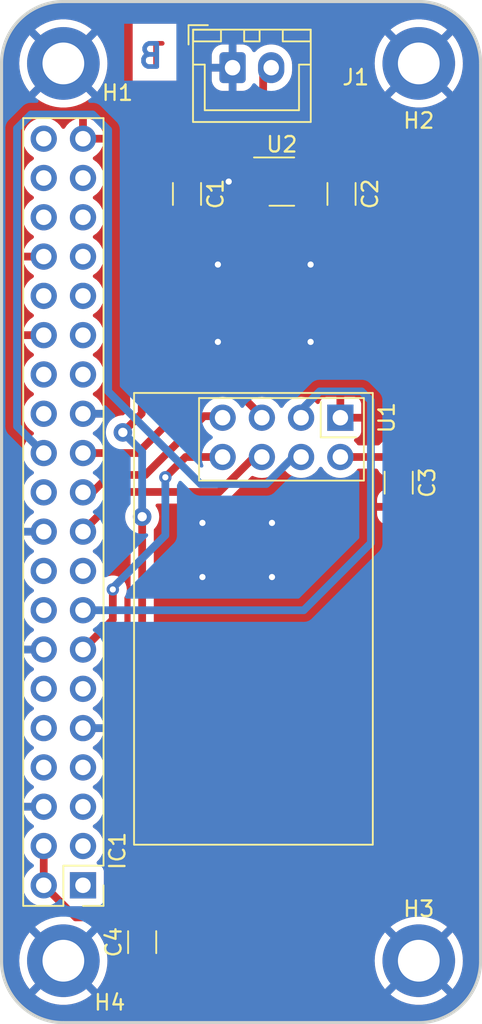
<source format=kicad_pcb>
(kicad_pcb (version 20221018) (generator pcbnew)
  (title_block (title "PCB_projet1A") (date "2023-05-12") (rev "1.0") (company "ENSEA") (comment 1 "Raspberry_pi_zero_1v1 + nrf24") (comment 2 "Alphonse RIVOIRE 1G1TD1TP1"))
  (layers (0 "F.Cu" signal) (31 "B.Cu" signal) (34 "B.Paste" user) (35 "F.Paste" user) (36 "B.SilkS" user "B.Silkscreen") (37 "F.SilkS" user "F.Silkscreen") (38 "B.Mask" user) (39 "F.Mask" user) (44 "Edge.Cuts" user))
  (net 0 "")
  (net 1 "+5V")
  (net 2 "GND")
  (net 3 "+3.3V")
  (net 11 "IRQ")
  (net 12 "CE")
  (net 15 "MOSI")
  (net 16 "MISO")
  (net 18 "SCK")
  (net 19 "CSN")
  (footprint "Package_TO_SOT_SMD:SOT-23-5" (layer "F.Cu") (at 84.1375 57.6375)
    (fp_text reference "U2" (at 0 -2.4) (layer "F.SilkS"))
    (fp_text value "BU33SD5WG-TR")
    (fp_line (start 0 -1.56) (end -1.8 -1.56) (stroke (width 0.12)) (layer "F.SilkS"))
    (fp_line (start 0 -1.56) (end 0.8 -1.56) (stroke (width 0.12)) (layer "F.SilkS"))
    (fp_line (start 0 1.56) (end -0.8 1.56) (stroke (width 0.12)) (layer "F.SilkS"))
    (fp_line (start 0 1.56) (end 0.8 1.56) (stroke (width 0.12)) (layer "F.SilkS"))
    (pad "1" smd roundrect (at -1.1375 -0.95) (size 1.325 0.6) (layers "F.Cu" "F.Paste" "F.Mask") (net 1 "+5V"))
    (pad "2" smd roundrect (at -1.1375 0) (size 1.325 0.6) (layers "F.Cu" "F.Paste" "F.Mask") (net 2 "GND"))
    (pad "3" smd roundrect (at -1.1375 0.95) (size 1.325 0.6) (layers "F.Cu" "F.Paste" "F.Mask") (net 1 "+5V"))
    (pad "4" smd roundrect (at 1.1375 0.95) (size 1.325 0.6) (layers "F.Cu" "F.Paste" "F.Mask"))
    (pad "5" smd roundrect (at 1.1375 -0.95) (size 1.325 0.6) (layers "F.Cu" "F.Paste" "F.Mask") (net 3 "+3.3V"))
  )
  (footprint "MountingHole:MountingHole_2.7mm_M2.5_DIN965_Pad" (layer "F.Cu") (at 93 108)
    (fp_text reference "H3" (at 0 -3.35) (layer "F.SilkS"))
    (fp_text value "MountingHole_Pad" hide)
    (pad "1" thru_hole circle (at 0 0) (size 4.7 4.7) (drill 2.7) (layers "*.Cu" "*.Mask") (net 2 "GND"))
  )
  (footprint "Capacitor_SMD:C_1206_3216Metric_Pad1.33x1.80mm_HandSolder" (layer "F.Cu") (at 91.7 77.1 -90)
    (fp_text reference "C3" (at 0 -1.85 90) (layer "F.SilkS"))
    (fp_text value "1uF")
    (fp_line (start -0.711252 -0.91) (end 0.711252 -0.91) (stroke (width 0.12)) (layer "F.SilkS"))
    (fp_line (start -0.711252 0.91) (end 0.711252 0.91) (stroke (width 0.12)) (layer "F.SilkS"))
    (pad "1" smd roundrect (at -1.5625 0 270) (size 1.325 1.8) (layers "F.Cu" "F.Paste" "F.Mask") (roundrect_rratio 0.1886792453) (net 3 "+3.3V"))
    (pad "2" smd roundrect (at 1.5625 0 270) (size 1.325 1.8) (layers "F.Cu" "F.Paste" "F.Mask") (roundrect_rratio 0.1886792453) (net 2 "GND"))
  )
  (footprint "MountingHole:MountingHole_2.7mm_M2.5_DIN965_Pad" (layer "F.Cu") (at 70 108)
    (fp_text reference "H4" (at 3 2.7) (layer "F.SilkS"))
    (fp_text value "MountingHole_Pad" hide)
    (pad "1" thru_hole circle (at 0 0) (size 4.7 4.7) (drill 2.7) (layers "*.Cu" "*.Mask") (net 2 "GND"))
  )
  (footprint "Connector_JST:JST_XH_B2B-XH-A_1x02_P2.50mm_Vertical" (layer "F.Cu") (at 80.95 50.275)
    (fp_text reference "J1" (at 7.97 0.625) (layer "F.SilkS"))
    (fp_text value "Conn_01x02")
    (fp_line (start -2.85 -2.75) (end -2.85 -1.5) (stroke (width 0.12)) (layer "F.SilkS"))
    (fp_line (start -2.56 -2.46) (end -2.56 3.51) (stroke (width 0.12)) (layer "F.SilkS"))
    (fp_line (start -2.56 3.51) (end 5.06 3.51) (stroke (width 0.12)) (layer "F.SilkS"))
    (fp_line (start -2.55 -2.45) (end -2.55 -1.7) (stroke (width 0.12)) (layer "F.SilkS"))
    (fp_line (start -2.55 -1.7) (end -0.75 -1.7) (stroke (width 0.12)) (layer "F.SilkS"))
    (fp_line (start -2.55 -0.2) (end -1.8 -0.2) (stroke (width 0.12)) (layer "F.SilkS"))
    (fp_line (start -1.8 -0.2) (end -1.8 2.75) (stroke (width 0.12)) (layer "F.SilkS"))
    (fp_line (start -1.8 2.75) (end 1.25 2.75) (stroke (width 0.12)) (layer "F.SilkS"))
    (fp_line (start -1.6 -2.75) (end -2.85 -2.75) (stroke (width 0.12)) (layer "F.SilkS"))
    (fp_line (start -0.75 -2.45) (end -2.55 -2.45) (stroke (width 0.12)) (layer "F.SilkS"))
    (fp_line (start -0.75 -1.7) (end -0.75 -2.45) (stroke (width 0.12)) (layer "F.SilkS"))
    (fp_line (start 0.75 -2.45) (end 0.75 -1.7) (stroke (width 0.12)) (layer "F.SilkS"))
    (fp_line (start 0.75 -1.7) (end 1.75 -1.7) (stroke (width 0.12)) (layer "F.SilkS"))
    (fp_line (start 1.75 -2.45) (end 0.75 -2.45) (stroke (width 0.12)) (layer "F.SilkS"))
    (fp_line (start 1.75 -1.7) (end 1.75 -2.45) (stroke (width 0.12)) (layer "F.SilkS"))
    (fp_line (start 3.25 -2.45) (end 3.25 -1.7) (stroke (width 0.12)) (layer "F.SilkS"))
    (fp_line (start 3.25 -1.7) (end 5.05 -1.7) (stroke (width 0.12)) (layer "F.SilkS"))
    (fp_line (start 4.3 -0.2) (end 4.3 2.75) (stroke (width 0.12)) (layer "F.SilkS"))
    (fp_line (start 4.3 2.75) (end 1.25 2.75) (stroke (width 0.12)) (layer "F.SilkS"))
    (fp_line (start 5.05 -2.45) (end 3.25 -2.45) (stroke (width 0.12)) (layer "F.SilkS"))
    (fp_line (start 5.05 -1.7) (end 5.05 -2.45) (stroke (width 0.12)) (layer "F.SilkS"))
    (fp_line (start 5.05 -0.2) (end 4.3 -0.2) (stroke (width 0.12)) (layer "F.SilkS"))
    (fp_line (start 5.06 -2.46) (end -2.56 -2.46) (stroke (width 0.12)) (layer "F.SilkS"))
    (fp_line (start 5.06 3.51) (end 5.06 -2.46) (stroke (width 0.12)) (layer "F.SilkS"))
    (pad "1" thru_hole roundrect (at 0 0) (size 1.7 2) (drill 1) (layers "*.Cu" "*.Mask") (roundrect_rratio 0.1470588235) (net 2 "GND"))
    (pad "2" thru_hole oval (at 2.5 0) (size 1.7 2) (drill 1) (layers "*.Cu" "*.Mask") (net 1 "+5V"))
  )
  (footprint "Connector_PinHeader_2.54mm:PinHeader_2x20_P2.54mm_Vertical" (layer "F.Cu") (at 71.27 103.125 180)
    (fp_text reference "IC1" (at -2.23 2.225 90) (layer "F.SilkS"))
    (fp_text value "Raspberry_Pi_Zero_W__v1.3_")
    (fp_line (start -1.33 -1.33) (end 0 -1.33) (stroke (width 0.12)) (layer "F.SilkS"))
    (fp_line (start -1.33 0) (end -1.33 -1.33) (stroke (width 0.12)) (layer "F.SilkS"))
    (fp_line (start -1.33 1.27) (end -1.33 49.59) (stroke (width 0.12)) (layer "F.SilkS"))
    (fp_line (start -1.33 1.27) (end 1.27 1.27) (stroke (width 0.12)) (layer "F.SilkS"))
    (fp_line (start -1.33 49.59) (end 3.87 49.59) (stroke (width 0.12)) (layer "F.SilkS"))
    (fp_line (start 1.27 -1.33) (end 3.87 -1.33) (stroke (width 0.12)) (layer "F.SilkS"))
    (fp_line (start 1.27 1.27) (end 1.27 -1.33) (stroke (width 0.12)) (layer "F.SilkS"))
    (fp_line (start 3.87 -1.33) (end 3.87 49.59) (stroke (width 0.12)) (layer "F.SilkS"))
    (pad "1" thru_hole rect (at 0 0 180) (size 1.7 1.7) (drill 1) (layers "*.Cu" "*.Mask"))
    (pad "2" thru_hole oval (at 2.54 0 180) (size 1.7 1.7) (drill 1) (layers "*.Cu" "*.Mask") (net 1 "+5V"))
    (pad "3" thru_hole oval (at 0 2.54 180) (size 1.7 1.7) (drill 1) (layers "*.Cu" "*.Mask"))
    (pad "4" thru_hole oval (at 2.54 2.54 180) (size 1.7 1.7) (drill 1) (layers "*.Cu" "*.Mask") (net 1 "+5V"))
    (pad "5" thru_hole oval (at 0 5.08 180) (size 1.7 1.7) (drill 1) (layers "*.Cu" "*.Mask"))
    (pad "6" thru_hole oval (at 2.54 5.08 180) (size 1.7 1.7) (drill 1) (layers "*.Cu" "*.Mask") (net 2 "GND"))
    (pad "7" thru_hole oval (at 0 7.62 180) (size 1.7 1.7) (drill 1) (layers "*.Cu" "*.Mask"))
    (pad "8" thru_hole oval (at 2.54 7.62 180) (size 1.7 1.7) (drill 1) (layers "*.Cu" "*.Mask"))
    (pad "9" thru_hole oval (at 0 10.16 180) (size 1.7 1.7) (drill 1) (layers "*.Cu" "*.Mask") (net 2 "GND"))
    (pad "10" thru_hole oval (at 2.54 10.16 180) (size 1.7 1.7) (drill 1) (layers "*.Cu" "*.Mask"))
    (pad "11" thru_hole oval (at 0 12.7 180) (size 1.7 1.7) (drill 1) (layers "*.Cu" "*.Mask"))
    (pad "12" thru_hole oval (at 2.54 12.7 180) (size 1.7 1.7) (drill 1) (layers "*.Cu" "*.Mask"))
    (pad "13" thru_hole oval (at 0 15.24 180) (size 1.7 1.7) (drill 1) (layers "*.Cu" "*.Mask") (net 11 "IRQ"))
    (pad "14" thru_hole oval (at 2.54 15.24 180) (size 1.7 1.7) (drill 1) (layers "*.Cu" "*.Mask") (net 2 "GND"))
    (pad "15" thru_hole oval (at 0 17.78 180) (size 1.7 1.7) (drill 1) (layers "*.Cu" "*.Mask") (net 12 "CE"))
    (pad "16" thru_hole oval (at 2.54 17.78 180) (size 1.7 1.7) (drill 1) (layers "*.Cu" "*.Mask"))
    (pad "17" thru_hole oval (at 0 20.32 180) (size 1.7 1.7) (drill 1) (layers "*.Cu" "*.Mask"))
    (pad "18" thru_hole oval (at 2.54 20.32 180) (size 1.7 1.7) (drill 1) (layers "*.Cu" "*.Mask"))
    (pad "19" thru_hole oval (at 0 22.86 180) (size 1.7 1.7) (drill 1) (layers "*.Cu" "*.Mask") (net 15 "MOSI"))
    (pad "20" thru_hole oval (at 2.54 22.86 180) (size 1.7 1.7) (drill 1) (layers "*.Cu" "*.Mask") (net 2 "GND"))
    (pad "21" thru_hole oval (at 0 25.4 180) (size 1.7 1.7) (drill 1) (layers "*.Cu" "*.Mask") (net 16 "MISO"))
    (pad "22" thru_hole oval (at 2.54 25.4 180) (size 1.7 1.7) (drill 1) (layers "*.Cu" "*.Mask"))
    (pad "23" thru_hole oval (at 0 27.94 180) (size 1.7 1.7) (drill 1) (layers "*.Cu" "*.Mask") (net 18 "SCK"))
    (pad "24" thru_hole oval (at 2.54 27.94 180) (size 1.7 1.7) (drill 1) (layers "*.Cu" "*.Mask") (net 19 "CSN"))
    (pad "25" thru_hole oval (at 0 30.48 180) (size 1.7 1.7) (drill 1) (layers "*.Cu" "*.Mask") (net 2 "GND"))
    (pad "26" thru_hole oval (at 2.54 30.48 180) (size 1.7 1.7) (drill 1) (layers "*.Cu" "*.Mask"))
    (pad "27" thru_hole oval (at 0 33.02 180) (size 1.7 1.7) (drill 1) (layers "*.Cu" "*.Mask"))
    (pad "28" thru_hole oval (at 2.54 33.02 180) (size 1.7 1.7) (drill 1) (layers "*.Cu" "*.Mask"))
    (pad "29" thru_hole oval (at 0 35.56 180) (size 1.7 1.7) (drill 1) (layers "*.Cu" "*.Mask"))
    (pad "30" thru_hole oval (at 2.54 35.56 180) (size 1.7 1.7) (drill 1) (layers "*.Cu" "*.Mask") (net 2 "GND"))
    (pad "31" thru_hole oval (at 0 38.1 180) (size 1.7 1.7) (drill 1) (layers "*.Cu" "*.Mask"))
    (pad "32" thru_hole oval (at 2.54 38.1 180) (size 1.7 1.7) (drill 1) (layers "*.Cu" "*.Mask"))
    (pad "33" thru_hole oval (at 0 40.64 180) (size 1.7 1.7) (drill 1) (layers "*.Cu" "*.Mask"))
    (pad "34" thru_hole oval (at 2.54 40.64 180) (size 1.7 1.7) (drill 1) (layers "*.Cu" "*.Mask") (net 2 "GND"))
    (pad "35" thru_hole oval (at 0 43.18 180) (size 1.7 1.7) (drill 1) (layers "*.Cu" "*.Mask"))
    (pad "36" thru_hole oval (at 2.54 43.18 180) (size 1.7 1.7) (drill 1) (layers "*.Cu" "*.Mask"))
    (pad "37" thru_hole oval (at 0 45.72 180) (size 1.7 1.7) (drill 1) (layers "*.Cu" "*.Mask"))
    (pad "38" thru_hole oval (at 2.54 45.72 180) (size 1.7 1.7) (drill 1) (layers "*.Cu" "*.Mask"))
    (pad "39" thru_hole oval (at 0 48.26 180) (size 1.7 1.7) (drill 1) (layers "*.Cu" "*.Mask") (net 2 "GND"))
    (pad "40" thru_hole oval (at 2.54 48.26 180) (size 1.7 1.7) (drill 1) (layers "*.Cu" "*.Mask"))
  )
  (footprint "RF_Module:nRF24L01_Breakout" (layer "F.Cu") (at 87.925 72.9 -90)
    (fp_text reference "U1" (at 0 -3 90) (layer "F.SilkS"))
    (fp_text value "NRF24L01_Breakout")
    (fp_line (start -1.6 -2.1) (end -1.6 -2.1) (stroke (width 0.12)) (layer "F.SilkS"))
    (fp_line (start -1.6 -2.1) (end 27.6 -2.1) (stroke (width 0.12)) (layer "F.SilkS"))
    (fp_line (start -1.6 13.35) (end -1.6 -2.1) (stroke (width 0.12)) (layer "F.SilkS"))
    (fp_line (start -1.27 -1.524) (end -1.27 -1.524) (stroke (width 0.12)) (layer "F.SilkS"))
    (fp_line (start -1.27 -1.524) (end 4.064 -1.524) (stroke (width 0.12)) (layer "F.SilkS"))
    (fp_line (start -1.27 9.144) (end -1.27 -1.524) (stroke (width 0.12)) (layer "F.SilkS"))
    (fp_line (start -1.27 9.144) (end -1.27 9.144) (stroke (width 0.12)) (layer "F.SilkS"))
    (fp_line (start -1.016 1.27) (end -1.016 1.27) (stroke (width 0.12)) (layer "F.SilkS"))
    (fp_line (start 1.27 -1.016) (end 1.27 1.27) (stroke (width 0.12)) (layer "F.SilkS"))
    (fp_line (start 1.27 1.27) (end -1.016 1.27) (stroke (width 0.12)) (layer "F.SilkS"))
    (fp_line (start 4.064 -1.524) (end 4.064 9.144) (stroke (width 0.12)) (layer "F.SilkS"))
    (fp_line (start 4.064 9.144) (end -1.27 9.144) (stroke (width 0.12)) (layer "F.SilkS"))
    (fp_line (start 27.6 -2.1) (end 27.6 13.35) (stroke (width 0.12)) (layer "F.SilkS"))
    (fp_line (start 27.6 13.35) (end -1.6 13.35) (stroke (width 0.12)) (layer "F.SilkS"))
    (pad "1" thru_hole rect (at 0 0 270) (size 1.7 1.7) (drill 1) (layers "*.Cu" "*.Mask") (net 2 "GND"))
    (pad "2" thru_hole circle (at 2.54 0 270) (size 1.7 1.7) (drill 1) (layers "*.Cu" "*.Mask") (net 3 "+3.3V"))
    (pad "3" thru_hole circle (at 0 2.54 270) (size 1.7 1.7) (drill 1) (layers "*.Cu" "*.Mask") (net 12 "CE"))
    (pad "4" thru_hole circle (at 2.54 2.54 270) (size 1.7 1.7) (drill 1) (layers "*.Cu" "*.Mask") (net 19 "CSN"))
    (pad "5" thru_hole circle (at 0 5.08 270) (size 1.7 1.7) (drill 1) (layers "*.Cu" "*.Mask") (net 18 "SCK"))
    (pad "6" thru_hole circle (at 2.54 5.08 270) (size 1.7 1.7) (drill 1) (layers "*.Cu" "*.Mask") (net 15 "MOSI"))
    (pad "7" thru_hole circle (at 0 7.62 270) (size 1.7 1.7) (drill 1) (layers "*.Cu" "*.Mask") (net 16 "MISO"))
    (pad "8" thru_hole circle (at 2.54 7.62 270) (size 1.7 1.7) (drill 1) (layers "*.Cu" "*.Mask") (net 11 "IRQ"))
  )
  (footprint "MountingHole:MountingHole_2.7mm_M2.5_DIN965_Pad" (layer "F.Cu") (at 70 50)
    (fp_text reference "H1" (at 3.5 1.9) (layer "F.SilkS"))
    (fp_text value "MountingHole_Pad" hide)
    (pad "1" thru_hole circle (at 0 0) (size 4.7 4.7) (drill 2.7) (layers "*.Cu" "*.Mask") (net 2 "GND"))
  )
  (footprint "Capacitor_SMD:C_1206_3216Metric_Pad1.33x1.80mm_HandSolder" (layer "F.Cu") (at 75.1 106.8 90)
    (fp_text reference "C4" (at 0 -1.85 90) (layer "F.SilkS"))
    (fp_text value "100nF")
    (fp_line (start -0.711252 -0.91) (end 0.711252 -0.91) (stroke (width 0.12)) (layer "F.SilkS"))
    (fp_line (start -0.711252 0.91) (end 0.711252 0.91) (stroke (width 0.12)) (layer "F.SilkS"))
    (pad "1" smd roundrect (at -1.5625 0 90) (size 1.325 1.8) (layers "F.Cu" "F.Paste" "F.Mask") (roundrect_rratio 0.1886792453) (net 2 "GND"))
    (pad "2" smd roundrect (at 1.5625 0 90) (size 1.325 1.8) (layers "F.Cu" "F.Paste" "F.Mask") (roundrect_rratio 0.1886792453) (net 1 "+5V"))
  )
  (footprint "Capacitor_SMD:C_1206_3216Metric_Pad1.33x1.80mm_HandSolder" (layer "F.Cu") (at 88 58.4375 -90)
    (fp_text reference "C2" (at 0 -1.85 -90) (layer "F.SilkS"))
    (fp_text value "1uF")
    (fp_line (start -0.711252 -0.91) (end 0.711252 -0.91) (stroke (width 0.12)) (layer "F.SilkS"))
    (fp_line (start -0.711252 0.91) (end 0.711252 0.91) (stroke (width 0.12)) (layer "F.SilkS"))
    (pad "1" smd roundrect (at -1.5625 0 270) (size 1.325 1.8) (layers "F.Cu" "F.Paste" "F.Mask") (roundrect_rratio 0.1886792453) (net 3 "+3.3V"))
    (pad "2" smd roundrect (at 1.5625 0 270) (size 1.325 1.8) (layers "F.Cu" "F.Paste" "F.Mask") (roundrect_rratio 0.1886792453) (net 2 "GND"))
  )
  (footprint "MountingHole:MountingHole_2.7mm_M2.5_DIN965_Pad" (layer "F.Cu") (at 93 50)
    (fp_text reference "H2" (at 0 3.7) (layer "F.SilkS"))
    (fp_text value "MountingHole_Pad" hide)
    (pad "1" thru_hole circle (at 0 0) (size 4.7 4.7) (drill 2.7) (layers "*.Cu" "*.Mask") (net 2 "GND"))
  )
  (footprint "Capacitor_SMD:C_1206_3216Metric_Pad1.33x1.80mm_HandSolder" (layer "F.Cu") (at 78 58.4375 -90)
    (fp_text reference "C1" (at 0 -1.85 -90) (layer "F.SilkS"))
    (fp_text value "1uF")
    (fp_line (start -0.711252 -0.91) (end 0.711252 -0.91) (stroke (width 0.12)) (layer "F.SilkS"))
    (fp_line (start -0.711252 0.91) (end 0.711252 0.91) (stroke (width 0.12)) (layer "F.SilkS"))
    (pad "1" smd roundrect (at -1.5625 0 270) (size 1.325 1.8) (layers "F.Cu" "F.Paste" "F.Mask") (roundrect_rratio 0.1886792453) (net 1 "+5V"))
    (pad "2" smd roundrect (at 1.5625 0 270) (size 1.325 1.8) (layers "F.Cu" "F.Paste" "F.Mask") (roundrect_rratio 0.1886792453) (net 2 "GND"))
  )
  (gr_line (start 93 46) (end 70 46) (stroke (width 0.2)) (layer "Edge.Cuts"))
  (gr_arc (start 66 50) (mid 67.171573 47.171573) (end 70 46) (stroke (width 0.2)) (layer "Edge.Cuts"))
  (gr_line (start 97 108) (end 97 50) (stroke (width 0.2)) (layer "Edge.Cuts"))
  (gr_line (start 66 50) (end 66 108) (stroke (width 0.2)) (layer "Edge.Cuts"))
  (gr_line (start 70 112) (end 93 112) (stroke (width 0.2)) (layer "Edge.Cuts"))
  (gr_arc (start 97 108) (mid 95.828427 110.828427) (end 93 112) (stroke (width 0.2)) (layer "Edge.Cuts"))
  (gr_arc (start 70 112) (mid 67.171573 110.828427) (end 66 108) (stroke (width 0.2)) (layer "Edge.Cuts"))
  (gr_arc (start 93 46) (mid 95.828427 47.171573) (end 97 50) (stroke (width 0.2)) (layer "Edge.Cuts"))
  (gr_text "T" (at 75.2 50.4) (layer "F.Cu") (effects (font (size 1.5 1.5) (thickness 0.3) bold) (justify left bottom)))
  (gr_text "Alphonse\nRIVOIRE" (at 96.4 93.2 90) (layer "F.Cu") (effects (font (size 1.5 1.5) (thickness 0.3) bold) (justify left bottom)))
  (gr_text "B" (at 76.6 50.4) (layer "B.Cu") (effects (font (size 1.5 1.5) (thickness 0.3) bold) (justify left bottom mirror)))
  (segment (start 76.6 57) (end 77.5 57) (width 0.5) (layer "F.Cu") (net 1))
  (segment (start 82.93 56.6175) (end 83 56.6875) (width 0.5) (layer "F.Cu") (net 1))
  (segment (start 75.071152 72.628848) (end 75.071152 58.528848) (width 0.5) (layer "F.Cu") (net 1))
  (segment (start 82.93 50.795) (end 82.93 56.6175) (width 0.5) (layer "F.Cu") (net 1))
  (segment (start 75.0375 104.9) (end 75.1 104.8375) (width 0.5) (layer "F.Cu") (net 1))
  (segment (start 78.1875 56.6875) (end 78 56.875) (width 0.5) (layer "F.Cu") (net 1))
  (segment (start 73.85 73.85) (end 75.071152 72.628848) (width 0.5) (layer "F.Cu") (net 1))
  (segment (start 70.805 105.2) (end 75.0625 105.2) (width 0.5) (layer "F.Cu") (net 1))
  (segment (start 68.73 103.125) (end 70.805 105.2) (width 0.5) (layer "F.Cu") (net 1))
  (segment (start 83 58.5875) (end 79.7125 58.5875) (width 0.5) (layer "F.Cu") (net 1))
  (segment (start 79.7125 58.5875) (end 78 56.875) (width 0.5) (layer "F.Cu") (net 1))
  (segment (start 75.0625 105.2) (end 75.1 105.2375) (width 0.5) (layer "F.Cu") (net 1))
  (segment (start 75.071152 58.528848) (end 76.6 57) (width 0.5) (layer "F.Cu") (net 1))
  (segment (start 80 56.6875) (end 78.1875 56.6875) (width 0.5) (layer "F.Cu") (net 1))
  (segment (start 83.45 50.275) (end 82.93 50.795) (width 0.5) (layer "F.Cu") (net 1))
  (segment (start 83 56.6875) (end 80 56.6875) (width 0.5) (layer "F.Cu") (net 1))
  (segment (start 75.1 79.3) (end 75.1 104.8375) (width 0.5) (layer "F.Cu") (net 1))
  (segment (start 68.73 100.585) (end 68.73 103.125) (width 0.5) (layer "F.Cu") (net 1))
  (via (at 75.1 79.3) (size 1.2) (drill 0.6) (layers "F.Cu" "B.Cu") (net 1))
  (via (at 73.85 73.85) (size 1.2) (drill 0.6) (layers "F.Cu" "B.Cu") (net 1))
  (segment (start 73.85 73.85) (end 75.1 75.1) (width 0.5) (layer "B.Cu") (net 1))
  (segment (start 75.1 75.1) (end 75.1 79.3) (width 0.5) (layer "B.Cu") (net 1))
  (via (at 80 68) (size 0.8) (drill 0.4) (layers "F.Cu" "B.Cu") (net 2))
  (via (at 80 63) (size 0.8) (drill 0.4) (layers "F.Cu" "B.Cu") (net 2))
  (via (at 86 68) (size 0.8) (drill 0.4) (layers "F.Cu" "B.Cu") (net 2))
  (via (at 86 63) (size 0.8) (drill 0.4) (layers "F.Cu" "B.Cu") (net 2))
  (via (at 79 83.2) (size 0.8) (drill 0.4) (layers "F.Cu" "B.Cu") (net 2))
  (via (at 83.5 79.7) (size 0.8) (drill 0.4) (layers "F.Cu" "B.Cu") (net 2))
  (via (at 83.5 83.2) (size 0.8) (drill 0.4) (layers "F.Cu" "B.Cu") (net 2))
  (via (at 80.7 57.637) (size 0.8) (drill 0.4) (layers "F.Cu" "B.Cu") (net 2))
  (via (at 79 79.7) (size 0.8) (drill 0.4) (layers "F.Cu" "B.Cu") (net 2))
  (segment (start 88 56.775) (end 91.4 60.175) (width 0.5) (layer "F.Cu") (net 3))
  (segment (start 91.4 60.175) (end 91.4 75.2375) (width 0.5) (layer "F.Cu") (net 3))
  (segment (start 91.4 75.2375) (end 91.7 75.5375) (width 0.5) (layer "F.Cu") (net 3))
  (segment (start 91.6025 75.44) (end 91.7 75.5375) (width 0.5) (layer "F.Cu") (net 3))
  (segment (start 85.3625 56.775) (end 88 56.775) (width 0.5) (layer "F.Cu") (net 3))
  (segment (start 87.925 75.44) (end 91.6025 75.44) (width 0.5) (layer "F.Cu") (net 3))
  (segment (start 85.275 56.6875) (end 85.3625 56.775) (width 0.5) (layer "F.Cu") (net 3))
  (segment (start 73.2 84) (end 73.2 85.955) (width 0.5) (layer "F.Cu") (net 11))
  (segment (start 77.9105 75.44) (end 76.6 76.7505) (width 0.5) (layer "F.Cu") (net 11))
  (segment (start 73.2 85.955) (end 71.27 87.885) (width 0.5) (layer "F.Cu") (net 11))
  (segment (start 80.305 75.44) (end 77.9105 75.44) (width 0.5) (layer "F.Cu") (net 11))
  (via (at 76.6 76.7505) (size 0.8) (drill 0.4) (layers "F.Cu" "B.Cu") (net 11))
  (via (at 73.2 84) (size 0.8) (drill 0.4) (layers "F.Cu" "B.Cu") (net 11))
  (segment (start 76.6 80.5) (end 76.6 76.7505) (width 0.5) (layer "B.Cu") (net 11))
  (segment (start 73.2 84) (end 73.2 83.9) (width 0.3) (layer "B.Cu") (net 11))
  (segment (start 73.2 83.9) (end 76.6 80.5) (width 0.5) (layer "B.Cu") (net 11))
  (segment (start 71.27 85.345) (end 85.555 85.345) (width 0.5) (layer "B.Cu") (net 12))
  (segment (start 89.9 81) (end 89.9 71.8) (width 0.5) (layer "B.Cu") (net 12))
  (segment (start 89.9 71.8) (end 89.3 71.2) (width 0.5) (layer "B.Cu") (net 12))
  (segment (start 86.585 71.2) (end 84.985 72.8) (width 0.5) (layer "B.Cu") (net 12))
  (segment (start 85.555 85.345) (end 89.9 81) (width 0.5) (layer "B.Cu") (net 12))
  (segment (start 89.3 71.2) (end 86.585 71.2) (width 0.5) (layer "B.Cu") (net 12))
  (segment (start 73.8 77.7) (end 80.085 77.7) (width 0.5) (layer "F.Cu") (net 15))
  (segment (start 71.27 80.23) (end 73.8 77.7) (width 0.5) (layer "F.Cu") (net 15))
  (segment (start 71.27 80.265) (end 71.27 80.23) (width 0.3) (layer "F.Cu") (net 15))
  (segment (start 80.085 77.7) (end 82.445 75.34) (width 0.5) (layer "F.Cu") (net 15))
  (segment (start 71.875 77.725) (end 73 76.6) (width 0.5) (layer "F.Cu") (net 16))
  (segment (start 71.27 77.725) (end 71.875 77.725) (width 0.3) (layer "F.Cu") (net 16))
  (segment (start 75.3 76.6) (end 79.1 72.8) (width 0.5) (layer "F.Cu") (net 16))
  (segment (start 73 76.6) (end 75.3 76.6) (width 0.5) (layer "F.Cu") (net 16))
  (segment (start 79.1 72.8) (end 79.905 72.8) (width 0.5) (layer "F.Cu") (net 16))
  (segment (start 74.815 75.185) (end 78.9 71.1) (width 0.5) (layer "F.Cu") (net 18))
  (segment (start 71.27 75.185) (end 74.815 75.185) (width 0.5) (layer "F.Cu") (net 18))
  (segment (start 81.145 71.1) (end 82.945 72.9) (width 0.5) (layer "F.Cu") (net 18))
  (segment (start 78.9 71.1) (end 81.145 71.1) (width 0.5) (layer "F.Cu") (net 18))
  (segment (start 67 54.2) (end 67 73.455) (width 0.5) (layer "B.Cu") (net 19))
  (segment (start 67 73.455) (end 68.73 75.185) (width 0.5) (layer "B.Cu") (net 19))
  (segment (start 78.886522 77.186522) (end 72.9 71.2) (width 0.5) (layer "B.Cu") (net 19))
  (segment (start 67.9 53.3) (end 67 54.2) (width 0.5) (layer "B.Cu") (net 19))
  (segment (start 72.9 54.3) (end 71.9 53.3) (width 0.5) (layer "B.Cu") (net 19))
  (segment (start 72.9 71.2) (end 72.9 54.3) (width 0.5) (layer "B.Cu") (net 19))
  (segment (start 83.138478 77.186522) (end 78.886522 77.186522) (width 0.5) (layer "B.Cu") (net 19))
  (segment (start 71.9 53.3) (end 67.9 53.3) (width 0.5) (layer "B.Cu") (net 19))
  (segment (start 84.985 75.34) (end 83.138478 77.186522) (width 0.5) (layer "B.Cu") (net 19))
  (zone (net 2) (net_name "GND") (layers "F&B.Cu") (priority 1) (connect_pads (clearance 0.5)) (min_thickness 0.25) (fill yes (thermal_gap 0.5) (thermal_bridge_width 0.5))
    (polygon (pts (xy 66 46) (xy 97 46) (xy 97 112) (xy 66 112)))
  )
)
</source>
